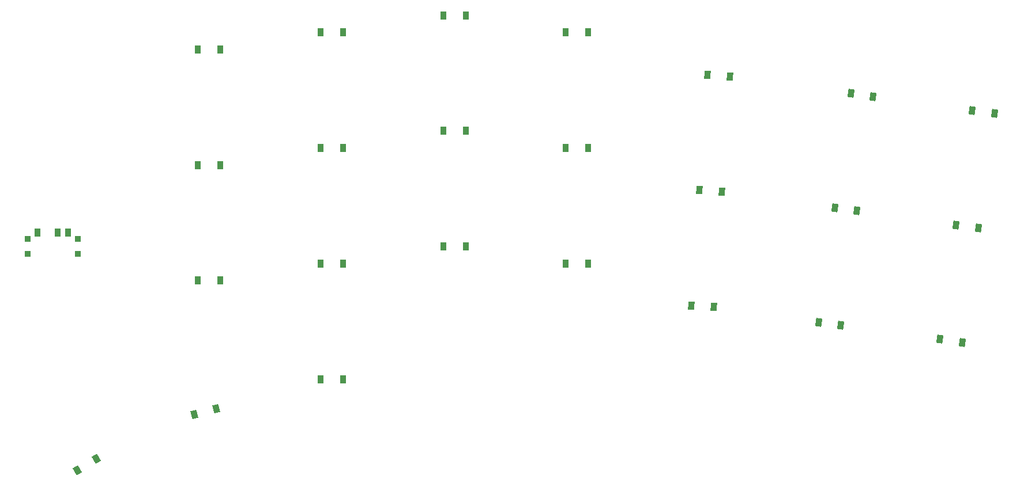
<source format=gbr>
%TF.GenerationSoftware,KiCad,Pcbnew,9.0.3*%
%TF.CreationDate,2025-07-25T16:12:42+02:00*%
%TF.ProjectId,right_pcb,72696768-745f-4706-9362-2e6b69636164,v1.0.0*%
%TF.SameCoordinates,Original*%
%TF.FileFunction,Paste,Top*%
%TF.FilePolarity,Positive*%
%FSLAX46Y46*%
G04 Gerber Fmt 4.6, Leading zero omitted, Abs format (unit mm)*
G04 Created by KiCad (PCBNEW 9.0.3) date 2025-07-25 16:12:42*
%MOMM*%
%LPD*%
G01*
G04 APERTURE LIST*
G04 Aperture macros list*
%AMRotRect*
0 Rectangle, with rotation*
0 The origin of the aperture is its center*
0 $1 length*
0 $2 width*
0 $3 Rotation angle, in degrees counterclockwise*
0 Add horizontal line*
21,1,$1,$2,0,0,$3*%
G04 Aperture macros list end*
%ADD10R,0.900000X0.900000*%
%ADD11R,0.900000X1.250000*%
%ADD12RotRect,0.900000X1.200000X352.000000*%
%ADD13R,0.900000X1.200000*%
%ADD14RotRect,0.900000X1.200000X356.000000*%
%ADD15RotRect,0.900000X1.200000X30.000000*%
%ADD16RotRect,0.900000X1.200000X15.000000*%
G04 APERTURE END LIST*
D10*
%TO.C,T1*%
X251043768Y-125629028D03*
X251043768Y-123429022D03*
X243643768Y-125629028D03*
X243643768Y-123429022D03*
D11*
X245093768Y-122454025D03*
X248093768Y-122454025D03*
X249593766Y-122454024D03*
%TD*%
D12*
%TO.C,D6*%
X364543981Y-101995628D03*
X367811865Y-102454892D03*
%TD*%
D13*
%TO.C,D14*%
X304693767Y-107529032D03*
X307993767Y-107529032D03*
%TD*%
%TO.C,D21*%
X268693768Y-112529031D03*
X271993768Y-112529031D03*
%TD*%
%TO.C,D22*%
X268693762Y-95529030D03*
X271993762Y-95529030D03*
%TD*%
%TO.C,D11*%
X322693767Y-110029035D03*
X325993767Y-110029035D03*
%TD*%
%TO.C,D20*%
X268693768Y-129529040D03*
X271993768Y-129529040D03*
%TD*%
D14*
%TO.C,D7*%
X341142240Y-133186610D03*
X344434202Y-133416800D03*
%TD*%
D13*
%TO.C,D19*%
X286693770Y-93029037D03*
X289993770Y-93029037D03*
%TD*%
D14*
%TO.C,D8*%
X342328093Y-116228021D03*
X345620055Y-116458211D03*
%TD*%
D12*
%TO.C,D1*%
X377636918Y-138169862D03*
X380904802Y-138629126D03*
%TD*%
D13*
%TO.C,D13*%
X304693773Y-124529030D03*
X307993773Y-124529030D03*
%TD*%
D12*
%TO.C,D3*%
X382368808Y-104500737D03*
X385636692Y-104960001D03*
%TD*%
D15*
%TO.C,D24*%
X250930082Y-157440973D03*
X253787966Y-155790973D03*
%TD*%
D13*
%TO.C,D18*%
X286693774Y-110029033D03*
X289993774Y-110029033D03*
%TD*%
D12*
%TO.C,D5*%
X362178048Y-118830176D03*
X365445932Y-119289440D03*
%TD*%
D13*
%TO.C,D15*%
X304693768Y-90529035D03*
X307993768Y-90529035D03*
%TD*%
D14*
%TO.C,D9*%
X343513958Y-99269431D03*
X346805920Y-99499621D03*
%TD*%
D13*
%TO.C,D17*%
X286693766Y-127029034D03*
X289993766Y-127029034D03*
%TD*%
D12*
%TO.C,D2*%
X380002859Y-121335301D03*
X383270743Y-121794565D03*
%TD*%
%TO.C,D4*%
X359812102Y-135664739D03*
X363079986Y-136124003D03*
%TD*%
D13*
%TO.C,D12*%
X322693765Y-93029039D03*
X325993765Y-93029039D03*
%TD*%
%TO.C,D10*%
X322693772Y-127029044D03*
X325993772Y-127029044D03*
%TD*%
D16*
%TO.C,D23*%
X268173491Y-149268670D03*
X271361047Y-148414570D03*
%TD*%
D13*
%TO.C,D16*%
X286693763Y-144029030D03*
X289993763Y-144029030D03*
%TD*%
M02*

</source>
